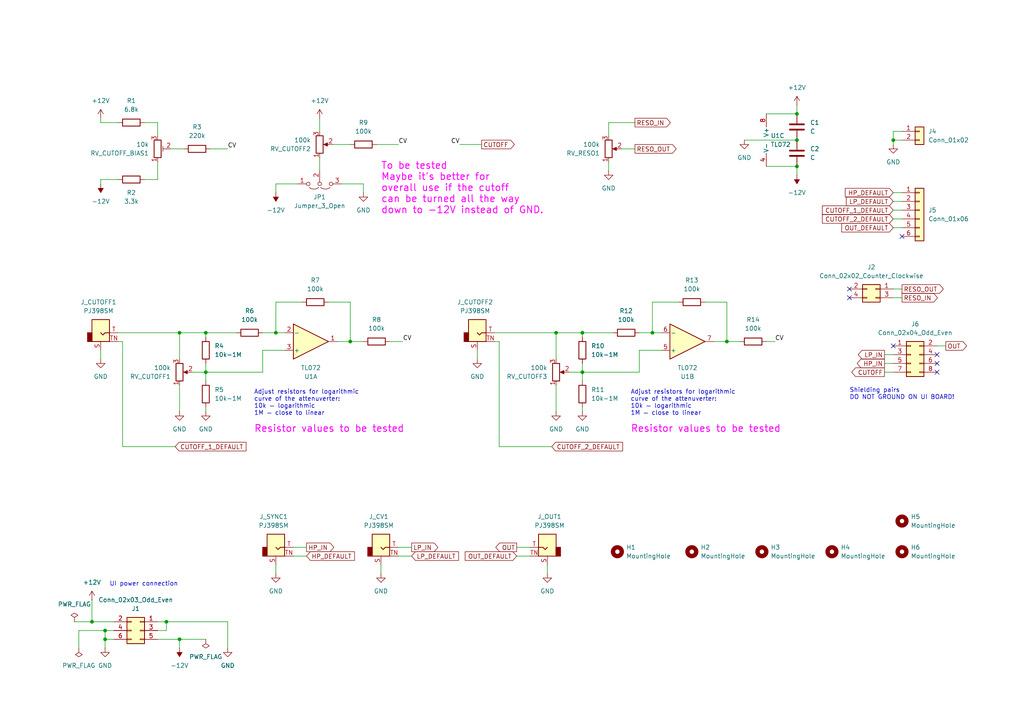
<source format=kicad_sch>
(kicad_sch (version 20250114) (generator "eeschema") (generator_version "9.0")
  (paper "A4")
  (title_block (title "Hog Moduleur VCO UI") (date "2025-07-06") (rev "v0.1") (company "Shmøergh"))
  (lib_symbols
    (symbol "Amplifier_Operational:TL072" (pin_names (offset 0.127))
      (property "Reference" "U" (at 0 5.08 0))
      (property "Value" "TL072" (at 0 -5.08 0))
      (symbol "TL072_1_1"
        (polyline (pts (xy -5.08 5.08) (xy 5.08 0) (xy -5.08 -5.08) (xy -5.08 5.08)) (stroke (width 0.254)) (fill (type background)))
        (pin input line (at -7.62 2.54 0) (length 2.54) (name "+") (number "3"))
        (pin input line (at -7.62 -2.54 0) (length 2.54) (name "-") (number "2"))
        (pin output line (at 7.62 0 180) (length 2.54) (name "~") (number "1"))
      )
      (symbol "TL072_2_1"
        (polyline (pts (xy -5.08 5.08) (xy 5.08 0) (xy -5.08 -5.08) (xy -5.08 5.08)) (stroke (width 0.254)) (fill (type background)))
        (pin input line (at -7.62 2.54 0) (length 2.54) (name "+") (number "5"))
        (pin input line (at -7.62 -2.54 0) (length 2.54) (name "-") (number "6"))
        (pin output line (at 7.62 0 180) (length 2.54) (name "~") (number "7"))
      )
      (symbol "TL072_3_1"
        (pin power_in line (at -2.54 7.62 270) (length 3.81) (name "V+") (number "8"))
        (pin power_in line (at -2.54 -7.62 90) (length 3.81) (name "V-") (number "4"))
      )
    )
    (symbol "Connector_Generic:Conn_01x02" (pin_names (offset 1.016) (hide yes))
      (property "Reference" "J" (at 0 2.54 0))
      (property "Value" "Conn_01x02" (at 0 -5.08 0))
      (symbol "Conn_01x02_1_1"
        (rectangle (start -1.27 1.27) (end 1.27 -3.81) (stroke (width 0.254)) (fill (type background)))
        (rectangle (start -1.27 0.127) (end 0 -0.127) (stroke (width 0.1524)))
        (rectangle (start -1.27 -2.413) (end 0 -2.667) (stroke (width 0.1524)))
        (pin passive line (at -5.08 0 0) (length 3.81) (name "Pin_1") (number "1"))
        (pin passive line (at -5.08 -2.54 0) (length 3.81) (name "Pin_2") (number "2"))
      )
    )
    (symbol "Connector_Generic:Conn_01x06" (pin_names (offset 1.016) (hide yes))
      (property "Reference" "J" (at 0 7.62 0))
      (property "Value" "Conn_01x06" (at 0 -10.16 0))
      (symbol "Conn_01x06_1_1"
        (rectangle (start -1.27 6.35) (end 1.27 -8.89) (stroke (width 0.254)) (fill (type background)))
        (rectangle (start -1.27 5.207) (end 0 4.953) (stroke (width 0.1524)))
        (rectangle (start -1.27 2.667) (end 0 2.413) (stroke (width 0.1524)))
        (rectangle (start -1.27 0.127) (end 0 -0.127) (stroke (width 0.1524)))
        (rectangle (start -1.27 -2.413) (end 0 -2.667) (stroke (width 0.1524)))
        (rectangle (start -1.27 -4.953) (end 0 -5.207) (stroke (width 0.1524)))
        (rectangle (start -1.27 -7.493) (end 0 -7.747) (stroke (width 0.1524)))
        (pin passive line (at -5.08 5.08 0) (length 3.81) (name "Pin_1") (number "1"))
        (pin passive line (at -5.08 2.54 0) (length 3.81) (name "Pin_2") (number "2"))
        (pin passive line (at -5.08 0 0) (length 3.81) (name "Pin_3") (number "3"))
        (pin passive line (at -5.08 -2.54 0) (length 3.81) (name "Pin_4") (number "4"))
        (pin passive line (at -5.08 -5.08 0) (length 3.81) (name "Pin_5") (number "5"))
        (pin passive line (at -5.08 -7.62 0) (length 3.81) (name "Pin_6") (number "6"))
      )
    )
    (symbol "Connector_Generic:Conn_02x02_Odd_Even" (pin_names (offset 1.016) (hide yes))
      (property "Reference" "J" (at 1.27 2.54 0))
      (property "Value" "Conn_02x02_Odd_Even" (at 1.27 -5.08 0))
      (symbol "Conn_02x02_Odd_Even_1_1"
        (rectangle (start -1.27 1.27) (end 3.81 -3.81) (stroke (width 0.254)) (fill (type background)))
        (rectangle (start -1.27 0.127) (end 0 -0.127) (stroke (width 0.1524)))
        (rectangle (start -1.27 -2.413) (end 0 -2.667) (stroke (width 0.1524)))
        (rectangle (start 3.81 0.127) (end 2.54 -0.127) (stroke (width 0.1524)))
        (rectangle (start 3.81 -2.413) (end 2.54 -2.667) (stroke (width 0.1524)))
        (pin passive line (at -5.08 0 0) (length 3.81) (name "Pin_1") (number "1"))
        (pin passive line (at -5.08 -2.54 0) (length 3.81) (name "Pin_3") (number "3"))
        (pin passive line (at 7.62 0 180) (length 3.81) (name "Pin_2") (number "2"))
        (pin passive line (at 7.62 -2.54 180) (length 3.81) (name "Pin_4") (number "4"))
      )
    )
    (symbol "Connector_Generic:Conn_02x03_Odd_Even" (pin_names (offset 1.016) (hide yes))
      (property "Reference" "J" (at 1.27 5.08 0))
      (property "Value" "Conn_02x03_Odd_Even" (at 1.27 -5.08 0))
      (symbol "Conn_02x03_Odd_Even_1_1"
        (rectangle (start -1.27 3.81) (end 3.81 -3.81) (stroke (width 0.254)) (fill (type background)))
        (rectangle (start -1.27 2.667) (end 0 2.413) (stroke (width 0.1524)))
        (rectangle (start -1.27 0.127) (end 0 -0.127) (stroke (width 0.1524)))
        (rectangle (start -1.27 -2.413) (end 0 -2.667) (stroke (width 0.1524)))
        (rectangle (start 3.81 2.667) (end 2.54 2.413) (stroke (width 0.1524)))
        (rectangle (start 3.81 0.127) (end 2.54 -0.127) (stroke (width 0.1524)))
        (rectangle (start 3.81 -2.413) (end 2.54 -2.667) (stroke (width 0.1524)))
        (pin passive line (at -5.08 2.54 0) (length 3.81) (name "Pin_1") (number "1"))
        (pin passive line (at -5.08 0 0) (length 3.81) (name "Pin_3") (number "3"))
        (pin passive line (at -5.08 -2.54 0) (length 3.81) (name "Pin_5") (number "5"))
        (pin passive line (at 7.62 2.54 180) (length 3.81) (name "Pin_2") (number "2"))
        (pin passive line (at 7.62 0 180) (length 3.81) (name "Pin_4") (number "4"))
        (pin passive line (at 7.62 -2.54 180) (length 3.81) (name "Pin_6") (number "6"))
      )
    )
    (symbol "Connector_Generic:Conn_02x04_Odd_Even" (pin_names (offset 1.016) (hide yes))
      (property "Reference" "J" (at 1.27 5.08 0))
      (property "Value" "Conn_02x04_Odd_Even" (at 1.27 -7.62 0))
      (symbol "Conn_02x04_Odd_Even_1_1"
        (rectangle (start -1.27 3.81) (end 3.81 -6.35) (stroke (width 0.254)) (fill (type background)))
        (rectangle (start -1.27 2.667) (end 0 2.413) (stroke (width 0.1524)))
        (rectangle (start -1.27 0.127) (end 0 -0.127) (stroke (width 0.1524)))
        (rectangle (start -1.27 -2.413) (end 0 -2.667) (stroke (width 0.1524)))
        (rectangle (start -1.27 -4.953) (end 0 -5.207) (stroke (width 0.1524)))
        (rectangle (start 3.81 2.667) (end 2.54 2.413) (stroke (width 0.1524)))
        (rectangle (start 3.81 0.127) (end 2.54 -0.127) (stroke (width 0.1524)))
        (rectangle (start 3.81 -2.413) (end 2.54 -2.667) (stroke (width 0.1524)))
        (rectangle (start 3.81 -4.953) (end 2.54 -5.207) (stroke (width 0.1524)))
        (pin passive line (at -5.08 2.54 0) (length 3.81) (name "Pin_1") (number "1"))
        (pin passive line (at -5.08 0 0) (length 3.81) (name "Pin_3") (number "3"))
        (pin passive line (at -5.08 -2.54 0) (length 3.81) (name "Pin_5") (number "5"))
        (pin passive line (at -5.08 -5.08 0) (length 3.81) (name "Pin_7") (number "7"))
        (pin passive line (at 7.62 2.54 180) (length 3.81) (name "Pin_2") (number "2"))
        (pin passive line (at 7.62 0 180) (length 3.81) (name "Pin_4") (number "4"))
        (pin passive line (at 7.62 -2.54 180) (length 3.81) (name "Pin_6") (number "6"))
        (pin passive line (at 7.62 -5.08 180) (length 3.81) (name "Pin_8") (number "8"))
      )
    )
    (symbol "Device:C" (pin_numbers (hide yes)) (pin_names (offset 0.254))
      (property "Reference" "C" (at 0.635 2.54 0))
      (property "Value" "C" (at 0.635 -2.54 0))
      (symbol "C_0_1"
        (polyline (pts (xy -2.032 0.762) (xy 2.032 0.762)) (stroke (width 0.508)))
        (polyline (pts (xy -2.032 -0.762) (xy 2.032 -0.762)) (stroke (width 0.508)))
      )
      (symbol "C_1_1"
        (pin passive line (at 0 3.81 270) (length 2.794) (name "~") (number "1"))
        (pin passive line (at 0 -3.81 90) (length 2.794) (name "~") (number "2"))
      )
    )
    (symbol "Device:R" (pin_numbers (hide yes)) (pin_names (offset 0))
      (property "Reference" "R" (at 2.032 0 90))
      (property "Value" "R" (at 0 0 90))
      (symbol "R_0_1"
        (rectangle (start -1.016 -2.54) (end 1.016 2.54) (stroke (width 0.254)))
      )
      (symbol "R_1_1"
        (pin passive line (at 0 3.81 270) (length 1.27) (name "~") (number "1"))
        (pin passive line (at 0 -3.81 90) (length 1.27) (name "~") (number "2"))
      )
    )
    (symbol "Device:R_Potentiometer" (pin_names (offset 1.016) (hide yes))
      (property "Reference" "RV" (at -4.445 0 90))
      (property "Value" "R_Potentiometer" (at -2.54 0 90))
      (symbol "R_Potentiometer_0_1"
        (rectangle (start 1.016 2.54) (end -1.016 -2.54) (stroke (width 0.254)))
        (polyline (pts (xy 1.143 0) (xy 2.286 0.508) (xy 2.286 -0.508) (xy 1.143 0)) (fill (type outline)))
        (polyline (pts (xy 2.54 0) (xy 1.524 0)))
      )
      (symbol "R_Potentiometer_1_1"
        (pin passive line (at 0 3.81 270) (length 1.27) (name "1") (number "1"))
        (pin passive line (at 0 -3.81 90) (length 1.27) (name "3") (number "3"))
        (pin passive line (at 3.81 0 180) (length 1.27) (name "2") (number "2"))
      )
    )
    (symbol "Device:R_Potentiometer_Trim" (pin_names (offset 1.016) (hide yes))
      (property "Reference" "RV" (at -4.445 0 90))
      (property "Value" "R_Potentiometer_Trim" (at -2.54 0 90))
      (symbol "R_Potentiometer_Trim_0_1"
        (rectangle (start 1.016 2.54) (end -1.016 -2.54) (stroke (width 0.254)))
        (polyline (pts (xy 1.524 0.762) (xy 1.524 -0.762)))
        (polyline (pts (xy 2.54 0) (xy 1.524 0)))
      )
      (symbol "R_Potentiometer_Trim_1_1"
        (pin passive line (at 0 3.81 270) (length 1.27) (name "1") (number "1"))
        (pin passive line (at 0 -3.81 90) (length 1.27) (name "3") (number "3"))
        (pin passive line (at 3.81 0 180) (length 1.27) (name "2") (number "2"))
      )
    )
    (symbol "Jumper:Jumper_3_Open" (pin_names (offset 0) (hide yes)) (in_bom no)
      (property "Reference" "JP" (at -2.54 -2.54 0))
      (property "Value" "Jumper_3_Open" (at 0 2.794 0))
      (symbol "Jumper_3_Open_0_0"
        (circle (center -3.302 0) (radius 0.508))
        (circle (center 0 0) (radius 0.508))
        (circle (center 3.302 0) (radius 0.508))
      )
      (symbol "Jumper_3_Open_0_1"
        (arc (start -3.048 1.016) (mid -1.651 1.4992) (end -0.254 1.016))
        (polyline (pts (xy 0 -0.508) (xy 0 -1.27)))
        (arc (start 0.254 1.016) (mid 1.651 1.4992) (end 3.048 1.016))
      )
      (symbol "Jumper_3_Open_1_1"
        (pin passive line (at -6.35 0 0) (length 2.54) (name "A") (number "1"))
        (pin passive line (at 0 -3.81 90) (length 2.54) (name "C") (number "2"))
        (pin passive line (at 6.35 0 180) (length 2.54) (name "B") (number "3"))
      )
    )
    (symbol "Mechanical:MountingHole" (pin_names (offset 1.016)) (in_bom no)
      (property "Reference" "H" (at 0 5.08 0))
      (property "Value" "MountingHole" (at 0 3.175 0))
      (symbol "MountingHole_0_1"
        (circle (center 0 0) (radius 1.27) (stroke (width 1.27)))
      )
    )
    (symbol "Shmoergh-Custom-Components:AudioJack2_Thonkiconn_S"
      (property "Reference" "J" (at 0 8.89 0))
      (property "Value" "AudioJack2_Thonkiconn" (at 0 6.35 0))
      (symbol "AudioJack2_Thonkiconn_S_0_1"
        (rectangle (start -2.54 -2.54) (end -3.81 0) (stroke (width 0.254)) (fill (type outline)))
        (polyline (pts (xy 0 0) (xy 0.635 -0.635) (xy 1.27 0) (xy 2.54 0)) (stroke (width 0.254)))
        (rectangle (start 2.54 3.81) (end -2.54 -2.54) (stroke (width 0.254)) (fill (type background)))
      )
      (symbol "AudioJack2_Thonkiconn_S_1_1"
        (pin passive line (at 0 -5.08 90) (length 2.54) (name "~") (number "S"))
        (pin bidirectional line (at 5.08 0 180) (length 2.54) (name "~") (number "T"))
        (pin passive line (at 5.08 -2.54 180) (length 2.54) (name "~") (number "TN"))
      )
    )
    (symbol "power:+12V" (power) (pin_numbers (hide yes)) (pin_names (offset 0) (hide yes))
      (property "Value" "+12V" (at 0 3.556 0))
      (symbol "+12V_0_1"
        (polyline (pts (xy -0.762 1.27) (xy 0 2.54)))
        (polyline (pts (xy 0 2.54) (xy 0.762 1.27)))
        (polyline (pts (xy 0 0) (xy 0 2.54)))
      )
      (symbol "+12V_1_1"
        (pin power_in line (at 0 0 90) (length 0) (name "~") (number "1"))
      )
    )
    (symbol "power:-12V" (power) (pin_numbers (hide yes)) (pin_names (offset 0) (hide yes))
      (property "Value" "-12V" (at 0 3.556 0))
      (symbol "-12V_0_0"
        (pin power_in line (at 0 0 90) (length 0) (name "~") (number "1"))
      )
      (symbol "-12V_0_1"
        (polyline (pts (xy 0 0) (xy 0 1.27) (xy 0.762 1.27) (xy 0 2.54) (xy -0.762 1.27) (xy 0 1.27)) (fill (type outline)))
      )
    )
    (symbol "power:GND" (power) (pin_numbers (hide yes)) (pin_names (offset 0) (hide yes))
      (property "Value" "GND" (at 0 -3.81 0))
      (symbol "GND_0_1"
        (polyline (pts (xy 0 0) (xy 0 -1.27) (xy 1.27 -1.27) (xy 0 -2.54) (xy -1.27 -1.27) (xy 0 -1.27)))
      )
      (symbol "GND_1_1"
        (pin power_in line (at 0 0 270) (length 0) (name "~") (number "1"))
      )
    )
    (symbol "power:PWR_FLAG" (power) (pin_numbers (hide yes)) (pin_names (offset 0) (hide yes))
      (property "Value" "PWR_FLAG" (at 0 3.81 0))
      (symbol "PWR_FLAG_0_0"
        (pin power_out line (at 0 0 90) (length 0) (name "~") (number "1"))
      )
      (symbol "PWR_FLAG_0_1"
        (polyline (pts (xy 0 0) (xy 0 1.27) (xy -1.016 1.905) (xy 0 2.54) (xy 1.016 1.905) (xy 0 1.27)))
      )
    )
  )
  (text "UI power connection" (at 31.75 170.18 0) (effects (font (size 1.27 1.27)) (justify left bottom)))
  (text "Adjust resistors for logarithmic\ncurve of the attenuverter: \n10k — logarithmic\n1M — close to linear" (at 73.66 116.84 0) (effects (font (size 1.27 1.27)) (justify left)))
  (text "To be tested\nMaybe it's better for\noverall use if the cutoff\ncan be turned all the way\ndown to -12V instead of GND." (at 110.49 54.61 0) (effects (font (size 2 2) (thickness 0.25)) (justify left)))
  (text "Shielding pairs\nDO NOT GROUND ON UI BOARD!" (at 246.38 114.3 0) (effects (font (size 1.27 1.27)) (justify left)))
  (text "Resistor values to be tested" (at 73.66 124.46 0) (effects (font (size 2 2) (thickness 0.25)) (justify left)))
  (text "Adjust resistors for logarithmic\ncurve of the attenuverter: \n10k — logarithmic\n1M — close to linear" (at 182.88 116.84 0) (effects (font (size 1.27 1.27)) (justify left)))
  (text "Resistor values to be tested" (at 182.88 124.46 0) (effects (font (size 2 2) (thickness 0.25)) (justify left)))
  (junction (at 231.14 33.02))
  (junction (at 168.91 107.95))
  (junction (at 231.14 48.26))
  (junction (at 189.23 96.52))
  (junction (at 210.82 99.06))
  (junction (at 259.08 40.64))
  (junction (at 161.29 96.52))
  (junction (at 101.6 99.06))
  (junction (at 52.07 96.52))
  (junction (at 30.48 182.88))
  (junction (at 52.07 185.42))
  (junction (at 59.69 96.52))
  (junction (at 80.01 96.52))
  (junction (at 231.14 40.64))
  (junction (at 48.26 180.34))
  (junction (at 26.67 180.34))
  (junction (at 168.91 96.52))
  (junction (at 30.48 185.42))
  (junction (at 59.69 107.95))
  (no_connect (at 261.62 68.58))
  (no_connect (at 259.08 100.33))
  (no_connect (at 246.38 86.36))
  (no_connect (at 271.78 102.87))
  (no_connect (at 271.78 105.41))
  (no_connect (at 271.78 107.95))
  (no_connect (at 246.38 83.82))
  (wire (pts (xy 261.62 83.82) (xy 259.08 83.82)))
  (wire (pts (xy 119.38 161.29) (xy 115.57 161.29)))
  (wire (pts (xy 259.08 63.5) (xy 261.62 63.5)))
  (wire (pts (xy 168.91 119.38) (xy 168.91 118.11)))
  (wire (pts (xy 29.21 34.29) (xy 29.21 35.56)))
  (wire (pts (xy 168.91 96.52) (xy 177.8 96.52)))
  (wire (pts (xy 101.6 41.91) (xy 96.52 41.91)))
  (wire (pts (xy 34.29 96.52) (xy 52.07 96.52)))
  (wire (pts (xy 52.07 187.96) (xy 52.07 185.42)))
  (wire (pts (xy 180.34 43.18) (xy 184.15 43.18)))
  (wire (pts (xy 101.6 99.06) (xy 105.41 99.06)))
  (wire (pts (xy 59.69 185.42) (xy 52.07 185.42)))
  (wire (pts (xy 149.86 161.29) (xy 153.67 161.29)))
  (wire (pts (xy 29.21 101.6) (xy 29.21 104.14)))
  (wire (pts (xy 168.91 96.52) (xy 168.91 97.79)))
  (wire (pts (xy 45.72 185.42) (xy 52.07 185.42)))
  (wire (pts (xy 80.01 53.34) (xy 86.36 53.34)))
  (wire (pts (xy 138.43 101.6) (xy 138.43 104.14)))
  (wire (pts (xy 189.23 87.63) (xy 189.23 96.52)))
  (wire (pts (xy 259.08 40.64) (xy 261.62 40.64)))
  (wire (pts (xy 88.9 161.29) (xy 85.09 161.29)))
  (wire (pts (xy 59.69 107.95) (xy 55.88 107.95)))
  (wire (pts (xy 59.69 105.41) (xy 59.69 107.95)))
  (wire (pts (xy 52.07 96.52) (xy 52.07 104.14)))
  (wire (pts (xy 210.82 87.63) (xy 210.82 99.06)))
  (wire (pts (xy 26.67 180.34) (xy 33.02 180.34)))
  (wire (pts (xy 185.42 107.95) (xy 168.91 107.95)))
  (wire (pts (xy 161.29 96.52) (xy 161.29 104.14)))
  (wire (pts (xy 76.2 96.52) (xy 80.01 96.52)))
  (wire (pts (xy 92.71 49.53) (xy 92.71 45.72)))
  (wire (pts (xy 231.14 40.64) (xy 215.9 40.64)))
  (wire (pts (xy 168.91 107.95) (xy 165.1 107.95)))
  (wire (pts (xy 176.53 35.56) (xy 176.53 39.37)))
  (wire (pts (xy 161.29 111.76) (xy 161.29 119.38)))
  (wire (pts (xy 60.96 43.18) (xy 66.04 43.18)))
  (wire (pts (xy 59.69 107.95) (xy 59.69 110.49)))
  (wire (pts (xy 185.42 96.52) (xy 189.23 96.52)))
  (wire (pts (xy 49.53 43.18) (xy 53.34 43.18)))
  (wire (pts (xy 41.91 52.07) (xy 45.72 52.07)))
  (wire (pts (xy 261.62 86.36) (xy 259.08 86.36)))
  (wire (pts (xy 35.56 129.54) (xy 35.56 99.06)))
  (wire (pts (xy 185.42 101.6) (xy 185.42 107.95)))
  (wire (pts (xy 261.62 38.1) (xy 259.08 38.1)))
  (wire (pts (xy 76.2 107.95) (xy 59.69 107.95)))
  (wire (pts (xy 231.14 30.48) (xy 231.14 33.02)))
  (wire (pts (xy 52.07 111.76) (xy 52.07 119.38)))
  (wire (pts (xy 105.41 55.88) (xy 105.41 53.34)))
  (wire (pts (xy 113.03 99.06) (xy 116.84 99.06)))
  (wire (pts (xy 50.8 129.54) (xy 35.56 129.54)))
  (wire (pts (xy 144.78 129.54) (xy 144.78 99.06)))
  (wire (pts (xy 256.54 102.87) (xy 259.08 102.87)))
  (wire (pts (xy 222.25 48.26) (xy 231.14 48.26)))
  (wire (pts (xy 144.78 99.06) (xy 143.51 99.06)))
  (wire (pts (xy 95.25 87.63) (xy 101.6 87.63)))
  (wire (pts (xy 149.86 158.75) (xy 153.67 158.75)))
  (wire (pts (xy 259.08 38.1) (xy 259.08 40.64)))
  (wire (pts (xy 76.2 101.6) (xy 76.2 107.95)))
  (wire (pts (xy 26.67 173.99) (xy 26.67 180.34)))
  (wire (pts (xy 88.9 158.75) (xy 85.09 158.75)))
  (wire (pts (xy 101.6 99.06) (xy 97.79 99.06)))
  (wire (pts (xy 259.08 60.96) (xy 261.62 60.96)))
  (wire (pts (xy 29.21 52.07) (xy 29.21 53.34)))
  (wire (pts (xy 168.91 105.41) (xy 168.91 107.95)))
  (wire (pts (xy 222.25 33.02) (xy 231.14 33.02)))
  (wire (pts (xy 48.26 180.34) (xy 45.72 180.34)))
  (wire (pts (xy 21.59 180.34) (xy 26.67 180.34)))
  (wire (pts (xy 158.75 166.37) (xy 158.75 163.83)))
  (wire (pts (xy 119.38 158.75) (xy 115.57 158.75)))
  (wire (pts (xy 274.32 100.33) (xy 271.78 100.33)))
  (wire (pts (xy 22.86 182.88) (xy 30.48 182.88)))
  (wire (pts (xy 259.08 66.04) (xy 261.62 66.04)))
  (wire (pts (xy 210.82 99.06) (xy 207.01 99.06)))
  (wire (pts (xy 189.23 96.52) (xy 191.77 96.52)))
  (wire (pts (xy 66.04 187.96) (xy 66.04 180.34)))
  (wire (pts (xy 48.26 182.88) (xy 48.26 180.34)))
  (wire (pts (xy 204.47 87.63) (xy 210.82 87.63)))
  (wire (pts (xy 256.54 107.95) (xy 259.08 107.95)))
  (wire (pts (xy 143.51 96.52) (xy 161.29 96.52)))
  (wire (pts (xy 82.55 101.6) (xy 76.2 101.6)))
  (wire (pts (xy 33.02 185.42) (xy 30.48 185.42)))
  (wire (pts (xy 210.82 99.06) (xy 214.63 99.06)))
  (wire (pts (xy 176.53 49.53) (xy 176.53 46.99)))
  (wire (pts (xy 168.91 107.95) (xy 168.91 110.49)))
  (wire (pts (xy 35.56 99.06) (xy 34.29 99.06)))
  (wire (pts (xy 259.08 55.88) (xy 261.62 55.88)))
  (wire (pts (xy 59.69 119.38) (xy 59.69 118.11)))
  (wire (pts (xy 29.21 35.56) (xy 34.29 35.56)))
  (wire (pts (xy 80.01 163.83) (xy 80.01 166.37)))
  (wire (pts (xy 29.21 52.07) (xy 34.29 52.07)))
  (wire (pts (xy 105.41 53.34) (xy 99.06 53.34)))
  (wire (pts (xy 256.54 105.41) (xy 259.08 105.41)))
  (wire (pts (xy 101.6 87.63) (xy 101.6 99.06)))
  (wire (pts (xy 66.04 180.34) (xy 48.26 180.34)))
  (wire (pts (xy 59.69 96.52) (xy 59.69 97.79)))
  (wire (pts (xy 160.02 129.54) (xy 144.78 129.54)))
  (wire (pts (xy 59.69 96.52) (xy 68.58 96.52)))
  (wire (pts (xy 30.48 182.88) (xy 33.02 182.88)))
  (wire (pts (xy 45.72 52.07) (xy 45.72 46.99)))
  (wire (pts (xy 133.35 41.91) (xy 139.7 41.91)))
  (wire (pts (xy 176.53 35.56) (xy 184.15 35.56)))
  (wire (pts (xy 110.49 163.83) (xy 110.49 166.37)))
  (wire (pts (xy 231.14 48.26) (xy 231.14 50.8)))
  (wire (pts (xy 30.48 185.42) (xy 30.48 182.88)))
  (wire (pts (xy 22.86 187.96) (xy 22.86 182.88)))
  (wire (pts (xy 259.08 40.64) (xy 259.08 41.91)))
  (wire (pts (xy 87.63 87.63) (xy 80.01 87.63)))
  (wire (pts (xy 222.25 99.06) (xy 224.79 99.06)))
  (wire (pts (xy 30.48 187.96) (xy 30.48 185.42)))
  (wire (pts (xy 259.08 58.42) (xy 261.62 58.42)))
  (wire (pts (xy 45.72 35.56) (xy 45.72 39.37)))
  (wire (pts (xy 41.91 35.56) (xy 45.72 35.56)))
  (wire (pts (xy 45.72 182.88) (xy 48.26 182.88)))
  (wire (pts (xy 80.01 55.88) (xy 80.01 53.34)))
  (wire (pts (xy 80.01 96.52) (xy 82.55 96.52)))
  (wire (pts (xy 80.01 87.63) (xy 80.01 96.52)))
  (wire (pts (xy 161.29 96.52) (xy 168.91 96.52)))
  (wire (pts (xy 109.22 41.91) (xy 115.57 41.91)))
  (wire (pts (xy 52.07 96.52) (xy 59.69 96.52)))
  (wire (pts (xy 92.71 34.29) (xy 92.71 38.1)))
  (wire (pts (xy 191.77 101.6) (xy 185.42 101.6)))
  (wire (pts (xy 196.85 87.63) (xy 189.23 87.63)))
  (label "CV" (at 66.04 43.18 0))
  (label "CV" (at 116.84 99.06 0))
  (label "CV" (at 224.79 99.06 0))
  (label "CV" (at 133.35 41.91 180))
  (label "CV" (at 115.57 41.91 0))
  (global_label "RESO_OUT" (shape output) (at 184.15 43.18 0) (property "Intersheetrefs" "${INTERSHEET_REFS}" (effects (hide yes))))
  (global_label "HP_IN" (shape output) (at 256.54 105.41 180) (property "Intersheetrefs" "${INTERSHEET_REFS}" (effects (hide yes))))
  (global_label "OUT" (shape output) (at 149.86 158.75 180) (property "Intersheetrefs" "${INTERSHEET_REFS}" (effects (hide yes))))
  (global_label "CUTOFF" (shape output) (at 139.7 41.91 0) (property "Intersheetrefs" "${INTERSHEET_REFS}" (effects (hide yes))))
  (global_label "LP_IN" (shape output) (at 119.38 158.75 0) (property "Intersheetrefs" "${INTERSHEET_REFS}" (effects (hide yes))))
  (global_label "OUT_DEFAULT" (shape input) (at 149.86 161.29 180) (property "Intersheetrefs" "${INTERSHEET_REFS}" (effects (hide yes))))
  (global_label "HP_IN" (shape output) (at 88.9 158.75 0) (property "Intersheetrefs" "${INTERSHEET_REFS}" (effects (hide yes))))
  (global_label "OUT_DEFAULT" (shape input) (at 259.08 66.04 180) (property "Intersheetrefs" "${INTERSHEET_REFS}" (effects (hide yes))))
  (global_label "CUTOFF" (shape output) (at 256.54 107.95 180) (property "Intersheetrefs" "${INTERSHEET_REFS}" (effects (hide yes))))
  (global_label "CUTOFF_2_DEFAULT" (shape input) (at 160.02 129.54 0) (property "Intersheetrefs" "${INTERSHEET_REFS}" (effects (hide yes))))
  (global_label "RESO_IN" (shape output) (at 184.15 35.56 0) (property "Intersheetrefs" "${INTERSHEET_REFS}" (effects (hide yes))))
  (global_label "HP_DEFAULT" (shape input) (at 259.08 55.88 180) (property "Intersheetrefs" "${INTERSHEET_REFS}" (effects (hide yes))))
  (global_label "CUTOFF_1_DEFAULT" (shape input) (at 50.8 129.54 0) (property "Intersheetrefs" "${INTERSHEET_REFS}" (effects (hide yes))))
  (global_label "RESO_OUT" (shape output) (at 261.62 83.82 0) (property "Intersheetrefs" "${INTERSHEET_REFS}" (effects (hide yes))))
  (global_label "CUTOFF_1_DEFAULT" (shape input) (at 259.08 60.96 180) (property "Intersheetrefs" "${INTERSHEET_REFS}" (effects (hide yes))))
  (global_label "LP_DEFAULT" (shape input) (at 119.38 161.29 0) (property "Intersheetrefs" "${INTERSHEET_REFS}" (effects (hide yes))))
  (global_label "RESO_IN" (shape output) (at 261.62 86.36 0) (property "Intersheetrefs" "${INTERSHEET_REFS}" (effects (hide yes))))
  (global_label "LP_IN" (shape output) (at 256.54 102.87 180) (property "Intersheetrefs" "${INTERSHEET_REFS}" (effects (hide yes))))
  (global_label "HP_DEFAULT" (shape input) (at 88.9 161.29 0) (property "Intersheetrefs" "${INTERSHEET_REFS}" (effects (hide yes))))
  (global_label "OUT" (shape output) (at 274.32 100.33 0) (property "Intersheetrefs" "${INTERSHEET_REFS}" (effects (hide yes))))
  (global_label "CUTOFF_2_DEFAULT" (shape input) (at 259.08 63.5 180) (property "Intersheetrefs" "${INTERSHEET_REFS}" (effects (hide yes))))
  (global_label "LP_DEFAULT" (shape input) (at 259.08 58.42 180) (property "Intersheetrefs" "${INTERSHEET_REFS}" (effects (hide yes))))
  (symbol (lib_id "power:-12V") (at 231.14 50.8 180) (unit 1)
    (property "Reference" "#PWR021" (effects (hide yes)))
    (property "Value" "-12V" (at 231.14 55.88 0))
    (property "Description" "Power symbol creates a global label with name \"-12V\"" (effects (hide yes)))
  )
  (symbol (lib_id "Device:R") (at 168.91 101.6 180) (unit 1)
    (property "Reference" "R10" (at 171.45 100.3299 0) (effects (justify right)))
    (property "Value" "10k-1M" (at 171.45 102.8699 0) (effects (justify right)))
    (property "Footprint" "Shmoergh_Custom_Footprints:R_Axial_DIN0207_L6.3mm_D2.5mm_P7.62mm_Horizontal" (effects (hide yes)))
    (property "Description" "Resistor" (effects (hide yes)))
    (property "Vendor" "Mouser" (effects (hide yes)))
    (property "Part URL" "https://mou.sr/4hEwI4G" (effects (hide yes)))
    (property "Part no." "603-MFR-25FRF52100K" (effects (hide yes)))
  )
  (symbol (lib_id "Device:R") (at 168.91 114.3 180) (unit 1)
    (property "Reference" "R11" (at 171.45 113.0299 0) (effects (justify right)))
    (property "Value" "10k-1M" (at 171.45 115.5699 0) (effects (justify right)))
    (property "Footprint" "Shmoergh_Custom_Footprints:R_Axial_DIN0207_L6.3mm_D2.5mm_P7.62mm_Horizontal" (effects (hide yes)))
    (property "Description" "Resistor" (effects (hide yes)))
    (property "Vendor" "Mouser" (effects (hide yes)))
    (property "Part URL" "https://mou.sr/4hEwI4G" (effects (hide yes)))
    (property "Part no." "603-MFR-25FRF52100K" (effects (hide yes)))
  )
  (symbol (lib_id "Device:R") (at 59.69 101.6 180) (unit 1)
    (property "Reference" "R4" (at 62.23 100.3299 0) (effects (justify right)))
    (property "Value" "10k-1M" (at 62.23 102.8699 0) (effects (justify right)))
    (property "Footprint" "Shmoergh_Custom_Footprints:R_Axial_DIN0207_L6.3mm_D2.5mm_P7.62mm_Horizontal" (effects (hide yes)))
    (property "Description" "Resistor" (effects (hide yes)))
    (property "Vendor" "Mouser" (effects (hide yes)))
    (property "Part URL" "https://mou.sr/4hEwI4G" (effects (hide yes)))
    (property "Part no." "603-MFR-25FRF52100K" (effects (hide yes)))
  )
  (symbol (lib_id "power:+12V") (at 26.67 173.99 0) (unit 1)
    (property "Reference" "#PWR01" (effects (hide yes)))
    (property "Value" "+12V" (at 26.67 168.91 0))
    (property "Description" "Power symbol creates a global label with name \"+12V\"" (effects (hide yes)))
  )
  (symbol (lib_id "Device:R") (at 91.44 87.63 90) (unit 1)
    (property "Reference" "R7" (at 91.44 81.28 90))
    (property "Value" "100k" (at 91.44 83.82 90))
    (property "Footprint" "Shmoergh_Custom_Footprints:R_Axial_DIN0207_L6.3mm_D2.5mm_P7.62mm_Horizontal" (effects (hide yes)))
    (property "Description" "Resistor" (effects (hide yes)))
    (property "Vendor" "Mouser" (effects (hide yes)))
    (property "Part URL" "https://mou.sr/4hEwI4G" (effects (hide yes)))
    (property "Part no." "603-MFR-25FRF52100K" (effects (hide yes)))
  )
  (symbol (lib_id "Device:C") (at 231.14 44.45 0) (unit 1)
    (property "Reference" "C2" (at 234.95 43.1799 0) (effects (justify left)))
    (property "Value" "C" (at 234.95 45.7199 0) (effects (justify left)))
    (property "Footprint" "Capacitor_THT:C_Disc_D5.0mm_W2.5mm_P2.50mm" (effects (hide yes)))
    (property "Description" "Unpolarized capacitor" (effects (hide yes)))
  )
  (symbol (lib_id "power:GND") (at 52.07 119.38 0) (unit 1)
    (property "Reference" "#PWR06" (effects (hide yes)))
    (property "Value" "GND" (at 52.07 124.46 0))
    (property "Description" "Power symbol creates a global label with name \"GND\" , ground" (effects (hide yes)))
  )
  (symbol (lib_id "Device:R") (at 38.1 35.56 90) (unit 1)
    (property "Reference" "R1" (at 38.1 29.21 90))
    (property "Value" "6.8k" (at 38.1 31.75 90))
    (property "Footprint" "Shmoergh_Custom_Footprints:R_Axial_DIN0207_L6.3mm_D2.5mm_P7.62mm_Horizontal" (effects (hide yes)))
    (property "Description" "Resistor" (effects (hide yes)))
    (property "Vendor" "Mouser" (effects (hide yes)))
    (property "Part URL" "https://mou.sr/4hEwI4G" (effects (hide yes)))
    (property "Part no." "603-MFR-25FRF52100K" (effects (hide yes)))
  )
  (symbol (lib_id "Device:R") (at 57.15 43.18 90) (unit 1)
    (property "Reference" "R3" (at 57.15 36.83 90))
    (property "Value" "220k" (at 57.15 39.37 90))
    (property "Footprint" "Shmoergh_Custom_Footprints:R_Axial_DIN0207_L6.3mm_D2.5mm_P7.62mm_Horizontal" (effects (hide yes)))
    (property "Description" "Resistor" (effects (hide yes)))
    (property "Vendor" "Mouser" (effects (hide yes)))
    (property "Part URL" "https://mou.sr/4hEwI4G" (effects (hide yes)))
    (property "Part no." "603-MFR-25FRF52100K" (effects (hide yes)))
  )
  (symbol (lib_id "Shmoergh-Custom-Components:AudioJack2_Thonkiconn_S") (at 158.75 158.75 0) (mirror y) (unit 1)
    (property "Reference" "J_OUT1" (at 159.385 149.86 0))
    (property "Value" "PJ398SM" (at 159.385 152.4 0))
    (property "Footprint" "Shmoergh_Custom_Footprints:Jack_3.5mm_QingPu_WQP-PJ398SM_Vertical_CircularHoles" (effects (hide yes)))
    (property "Description" "Audio Jack, 2 Poles (Mono / TS), Grounded Sleeve" (effects (hide yes)))
    (property "Part URL" "https://www.thonk.co.uk/shop/thonkiconn/" (effects (hide yes)))
    (property "Vendor" "Thonk" (effects (hide yes)))
    (property "Part no." "PJ398SM" (effects (hide yes)))
  )
  (symbol (lib_id "power:GND") (at 138.43 104.14 0) (unit 1)
    (property "Reference" "#PWR015" (effects (hide yes)))
    (property "Value" "GND" (at 138.43 109.22 0))
    (property "Description" "Power symbol creates a global label with name \"GND\" , ground" (effects (hide yes)))
  )
  (symbol (lib_id "Shmoergh-Custom-Components:AudioJack2_Thonkiconn_S") (at 110.49 158.75 0) (unit 1)
    (property "Reference" "J_CV1" (at 109.855 149.86 0))
    (property "Value" "PJ398SM" (at 109.855 152.4 0))
    (property "Footprint" "Shmoergh_Custom_Footprints:Jack_3.5mm_QingPu_WQP-PJ398SM_Vertical_CircularHoles" (effects (hide yes)))
    (property "Description" "Audio Jack, 2 Poles (Mono / TS), Grounded Sleeve" (effects (hide yes)))
    (property "Part URL" "https://www.thonk.co.uk/shop/thonkiconn/" (effects (hide yes)))
    (property "Vendor" "Thonk" (effects (hide yes)))
    (property "Part no." "PJ398SM" (effects (hide yes)))
  )
  (symbol (lib_id "power:-12V") (at 80.01 55.88 180) (unit 1)
    (property "Reference" "#PWR011" (effects (hide yes)))
    (property "Value" "-12V" (at 80.01 60.96 0))
    (property "Description" "Power symbol creates a global label with name \"-12V\"" (effects (hide yes)))
  )
  (symbol (lib_id "power:GND") (at 158.75 166.37 0) (mirror y) (unit 1)
    (property "Reference" "#PWR016" (effects (hide yes)))
    (property "Value" "GND" (at 158.75 171.45 0))
    (property "Description" "Power symbol creates a global label with name \"GND\" , ground" (effects (hide yes)))
  )
  (symbol (lib_id "Device:R") (at 59.69 114.3 180) (unit 1)
    (property "Reference" "R5" (at 62.23 113.0299 0) (effects (justify right)))
    (property "Value" "10k-1M" (at 62.23 115.5699 0) (effects (justify right)))
    (property "Footprint" "Shmoergh_Custom_Footprints:R_Axial_DIN0207_L6.3mm_D2.5mm_P7.62mm_Horizontal" (effects (hide yes)))
    (property "Description" "Resistor" (effects (hide yes)))
    (property "Vendor" "Mouser" (effects (hide yes)))
    (property "Part URL" "https://mou.sr/4hEwI4G" (effects (hide yes)))
    (property "Part no." "603-MFR-25FRF52100K" (effects (hide yes)))
  )
  (symbol (lib_id "power:-12V") (at 52.07 187.96 180) (unit 1)
    (property "Reference" "#PWR07" (effects (hide yes)))
    (property "Value" "-12V" (at 52.07 193.04 0))
    (property "Description" "Power symbol creates a global label with name \"-12V\"" (effects (hide yes)))
  )
  (symbol (lib_id "Connector_Generic:Conn_02x02_Odd_Even") (at 254 83.82 0) (mirror y) (unit 1)
    (property "Reference" "J2" (at 252.73 77.47 0))
    (property "Value" "Conn_02x02_Counter_Clockwise" (at 252.73 80.01 0))
    (property "Footprint" "Connector_PinSocket_2.54mm:PinSocket_2x02_P2.54mm_Vertical" (effects (hide yes)))
    (property "Description" "Generic connector, double row, 02x02, odd/even pin numbering scheme (row 1 odd numbers, row 2 even numbers), script generated (kicad-library-utils/schlib/autogen/connector/)" (effects (hide yes)))
    (property "Part URL" "https://mou.sr/4eSbYqI" (effects (hide yes)))
    (property "Vendor" "Mouser" (effects (hide yes)))
    (property "Part no." "200-SSW10206TD" (effects (hide yes)))
  )
  (symbol (lib_id "Device:R") (at 109.22 99.06 90) (unit 1)
    (property "Reference" "R8" (at 109.22 92.71 90))
    (property "Value" "100k" (at 109.22 95.25 90))
    (property "Footprint" "Shmoergh_Custom_Footprints:R_Axial_DIN0207_L6.3mm_D2.5mm_P7.62mm_Horizontal" (effects (hide yes)))
    (property "Description" "Resistor" (effects (hide yes)))
    (property "Vendor" "Mouser" (effects (hide yes)))
    (property "Part URL" "https://mou.sr/4hEwI4G" (effects (hide yes)))
    (property "Part no." "603-MFR-25FRF52100K" (effects (hide yes)))
  )
  (symbol (lib_id "Mechanical:MountingHole") (at 261.62 160.02 0) (unit 1) (in_bom no)
    (property "Reference" "H6" (at 264.16 158.7499 0) (effects (justify left)))
    (property "Value" "MountingHole" (at 264.16 161.2899 0) (effects (justify left)))
    (property "Footprint" "MountingHole:MountingHole_3.2mm_M3_DIN965_Pad" (effects (hide yes)))
    (property "Description" "Mounting Hole without connection" (effects (hide yes)))
    (property "Vendor" "-" (effects (hide yes)))
  )
  (symbol (lib_id "Connector_Generic:Conn_02x03_Odd_Even") (at 40.64 182.88 0) (mirror y) (unit 1)
    (property "Reference" "J1" (at 39.37 176.53 0))
    (property "Value" "Conn_02x03_Odd_Even" (at 39.37 173.99 0))
    (property "Footprint" "Connector_PinSocket_2.54mm:PinSocket_2x03_P2.54mm_Vertical" (effects (hide yes)))
    (property "Description" "Generic connector, double row, 02x03, odd/even pin numbering scheme (row 1 odd numbers, row 2 even numbers), script generated (kicad-library-utils/schlib/autogen/connector/)" (effects (hide yes)))
    (property "Part URL" "https://mou.sr/3GIDVEr" (effects (hide yes)))
    (property "Vendor" "Mouser" (effects (hide yes)))
    (property "Part no." "200-SSW10301TD" (effects (hide yes)))
  )
  (symbol (lib_id "power:GND") (at 80.01 166.37 0) (unit 1)
    (property "Reference" "#PWR010" (effects (hide yes)))
    (property "Value" "GND" (at 80.01 171.45 0))
    (property "Description" "Power symbol creates a global label with name \"GND\" , ground" (effects (hide yes)))
  )
  (symbol (lib_id "Shmoergh-Custom-Components:AudioJack2_Thonkiconn_S") (at 80.01 158.75 0) (unit 1)
    (property "Reference" "J_SYNC1" (at 79.375 149.86 0))
    (property "Value" "PJ398SM" (at 79.375 152.4 0))
    (property "Footprint" "Shmoergh_Custom_Footprints:Jack_3.5mm_QingPu_WQP-PJ398SM_Vertical_CircularHoles" (effects (hide yes)))
    (property "Description" "Audio Jack, 2 Poles (Mono / TS), Grounded Sleeve" (effects (hide yes)))
    (property "Part URL" "https://www.thonk.co.uk/shop/thonkiconn/" (effects (hide yes)))
    (property "Vendor" "Thonk" (effects (hide yes)))
    (property "Part no." "PJ398SM" (effects (hide yes)))
  )
  (symbol (lib_id "Amplifier_Operational:TL072") (at 90.17 99.06 0) (mirror x) (unit 1)
    (property "Reference" "U1" (at 90.17 109.22 0))
    (property "Value" "TL072" (at 90.17 106.68 0))
    (property "Footprint" "Package_DIP:DIP-8_W7.62mm_LongPads" (effects (hide yes)))
    (property "Datasheet" "http://www.ti.com/lit/ds/symlink/tl071.pdf" (effects (hide yes)))
    (property "Description" "Dual Low-Noise JFET-Input Operational Amplifiers, DIP-8/SOIC-8" (effects (hide yes)))
  )
  (symbol (lib_id "Mechanical:MountingHole") (at 200.66 160.02 0) (unit 1) (in_bom no)
    (property "Reference" "H2" (at 203.2 158.7499 0) (effects (justify left)))
    (property "Value" "MountingHole" (at 203.2 161.2899 0) (effects (justify left)))
    (property "Footprint" "MountingHole:MountingHole_3.2mm_M3_DIN965_Pad" (effects (hide yes)))
    (property "Description" "Mounting Hole without connection" (effects (hide yes)))
    (property "Vendor" "-" (effects (hide yes)))
  )
  (symbol (lib_id "power:GND") (at 168.91 119.38 0) (unit 1)
    (property "Reference" "#PWR018" (effects (hide yes)))
    (property "Value" "GND" (at 168.91 124.46 0))
    (property "Description" "Power symbol creates a global label with name \"GND\" , ground" (effects (hide yes)))
  )
  (symbol (lib_id "power:GND") (at 29.21 104.14 0) (unit 1)
    (property "Reference" "#PWR04" (effects (hide yes)))
    (property "Value" "GND" (at 29.21 109.22 0))
    (property "Description" "Power symbol creates a global label with name \"GND\" , ground" (effects (hide yes)))
  )
  (symbol (lib_id "power:+12V") (at 29.21 34.29 0) (unit 1)
    (property "Reference" "#PWR02" (effects (hide yes)))
    (property "Value" "+12V" (at 29.21 29.21 0))
    (property "Description" "Power symbol creates a global label with name \"+12V\"" (effects (hide yes)))
  )
  (symbol (lib_id "power:GND") (at 59.69 119.38 0) (unit 1)
    (property "Reference" "#PWR08" (effects (hide yes)))
    (property "Value" "GND" (at 59.69 124.46 0))
    (property "Description" "Power symbol creates a global label with name \"GND\" , ground" (effects (hide yes)))
  )
  (symbol (lib_id "Connector_Generic:Conn_01x06") (at 266.7 60.96 0) (unit 1)
    (property "Reference" "J5" (at 269.24 60.9599 0) (effects (justify left)))
    (property "Value" "Conn_01x06" (at 269.24 63.4999 0) (effects (justify left)))
    (property "Footprint" "Connector_PinSocket_2.54mm:PinSocket_1x06_P2.54mm_Vertical" (effects (hide yes)))
    (property "Description" "Generic connector, single row, 01x06, script generated (kicad-library-utils/schlib/autogen/connector/)" (effects (hide yes)))
    (property "Part URL" "https://mou.sr/4lnf48h" (effects (hide yes)))
    (property "Vendor" "Mouser" (effects (hide yes)))
    (property "Part no." "200-SSW10601TS" (effects (hide yes)))
  )
  (symbol (lib_id "Mechanical:MountingHole") (at 179.07 160.02 0) (unit 1) (in_bom no)
    (property "Reference" "H1" (at 181.61 158.7499 0) (effects (justify left)))
    (property "Value" "MountingHole" (at 181.61 161.2899 0) (effects (justify left)))
    (property "Footprint" "MountingHole:MountingHole_3.2mm_M3_DIN965_Pad" (effects (hide yes)))
    (property "Description" "Mounting Hole without connection" (effects (hide yes)))
    (property "Vendor" "-" (effects (hide yes)))
  )
  (symbol (lib_id "Device:R_Potentiometer") (at 176.53 43.18 0) (mirror x) (unit 1)
    (property "Reference" "RV_RESO1" (at 173.99 44.4501 0) (effects (justify right)))
    (property "Value" "100k" (at 173.99 41.9101 0) (effects (justify right)))
    (property "Footprint" "Shmoergh_Custom_Footprints:Potentiometer_Bourns_Single-PTV09A" (effects (hide yes)))
    (property "Description" "Potentiometer" (effects (hide yes)))
    (property "Part URL" "https://mou.sr/4694GMU" (effects (hide yes)))
    (property "Vendor" "Mouser" (effects (hide yes)))
    (property "Part no." "652-PTV09A4025FB104" (effects (hide yes)))
  )
  (symbol (lib_id "power:PWR_FLAG") (at 21.59 180.34 0) (unit 1)
    (property "Reference" "#FLG01" (effects (hide yes)))
    (property "Value" "PWR_FLAG" (at 21.59 175.26 0))
    (property "Description" "Special symbol for telling ERC where power comes from" (effects (hide yes)))
  )
  (symbol (lib_id "Device:R_Potentiometer_Trim") (at 45.72 43.18 0) (mirror x) (unit 1)
    (property "Reference" "RV_CUTOFF_BIAS1" (at 43.18 44.4501 0) (effects (justify right)))
    (property "Value" "10k" (at 43.18 41.9101 0) (effects (justify right)))
    (property "Footprint" "Shmoergh_Custom_Footprints:Potentiometer_Bourns_Single-PTV09A" (effects (hide yes)))
    (property "Description" "Trim-potentiometer" (effects (hide yes)))
  )
  (symbol (lib_id "power:GND") (at 215.9 40.64 0) (mirror y) (unit 1)
    (property "Reference" "#PWR019" (effects (hide yes)))
    (property "Value" "GND" (at 215.9 45.72 0))
    (property "Description" "Power symbol creates a global label with name \"GND\" , ground" (effects (hide yes)))
  )
  (symbol (lib_id "power:GND") (at 66.04 187.96 0) (unit 1)
    (property "Reference" "#PWR09" (effects (hide yes)))
    (property "Value" "GND" (at 66.04 193.04 0))
    (property "Description" "Power symbol creates a global label with name \"GND\" , ground" (effects (hide yes)))
  )
  (symbol (lib_id "power:GND") (at 176.53 49.53 0) (unit 1)
    (property "Reference" "#PWR023" (effects (hide yes)))
    (property "Value" "GND" (at 176.53 54.61 0))
    (property "Description" "Power symbol creates a global label with name \"GND\" , ground" (effects (hide yes)))
  )
  (symbol (lib_id "Amplifier_Operational:TL072") (at 224.79 40.64 0) (unit 3)
    (property "Reference" "U1" (at 223.52 39.3699 0) (effects (justify left)))
    (property "Value" "TL072" (at 223.52 41.9099 0) (effects (justify left)))
    (property "Footprint" "Package_DIP:DIP-8_W7.62mm_LongPads" (effects (hide yes)))
    (property "Datasheet" "http://www.ti.com/lit/ds/symlink/tl071.pdf" (effects (hide yes)))
    (property "Description" "Dual Low-Noise JFET-Input Operational Amplifiers, DIP-8/SOIC-8" (effects (hide yes)))
  )
  (symbol (lib_id "Device:R") (at 38.1 52.07 90) (unit 1)
    (property "Reference" "R2" (at 38.1 55.88 90))
    (property "Value" "3.3k" (at 38.1 58.42 90))
    (property "Footprint" "Shmoergh_Custom_Footprints:R_Axial_DIN0207_L6.3mm_D2.5mm_P7.62mm_Horizontal" (effects (hide yes)))
    (property "Description" "Resistor" (effects (hide yes)))
    (property "Vendor" "Mouser" (effects (hide yes)))
    (property "Part URL" "https://mou.sr/4hEwI4G" (effects (hide yes)))
    (property "Part no." "603-MFR-25FRF52100K" (effects (hide yes)))
  )
  (symbol (lib_id "power:GND") (at 105.41 55.88 0) (unit 1)
    (property "Reference" "#PWR014" (effects (hide yes)))
    (property "Value" "GND" (at 105.41 60.96 0))
    (property "Description" "Power symbol creates a global label with name \"GND\" , ground" (effects (hide yes)))
  )
  (symbol (lib_id "power:+12V") (at 92.71 34.29 0) (unit 1)
    (property "Reference" "#PWR012" (effects (hide yes)))
    (property "Value" "+12V" (at 92.71 29.21 0))
    (property "Description" "Power symbol creates a global label with name \"+12V\"" (effects (hide yes)))
  )
  (symbol (lib_id "power:GND") (at 110.49 166.37 0) (unit 1)
    (property "Reference" "#PWR013" (effects (hide yes)))
    (property "Value" "GND" (at 110.49 171.45 0))
    (property "Description" "Power symbol creates a global label with name \"GND\" , ground" (effects (hide yes)))
  )
  (symbol (lib_id "Device:R") (at 181.61 96.52 90) (unit 1)
    (property "Reference" "R12" (at 181.61 90.17 90))
    (property "Value" "100k" (at 181.61 92.71 90))
    (property "Footprint" "Shmoergh_Custom_Footprints:R_Axial_DIN0207_L6.3mm_D2.5mm_P7.62mm_Horizontal" (effects (hide yes)))
    (property "Description" "Resistor" (effects (hide yes)))
    (property "Vendor" "Mouser" (effects (hide yes)))
    (property "Part URL" "https://mou.sr/4hEwI4G" (effects (hide yes)))
    (property "Part no." "603-MFR-25FRF52100K" (effects (hide yes)))
  )
  (symbol (lib_id "Device:R_Potentiometer") (at 161.29 107.95 0) (mirror x) (unit 1)
    (property "Reference" "RV_CUTOFF3" (at 158.75 109.2201 0) (effects (justify right)))
    (property "Value" "100k" (at 158.75 106.6801 0) (effects (justify right)))
    (property "Footprint" "Shmoergh_Custom_Footprints:Potentiometer_Bourns_Single-PTV09A" (effects (hide yes)))
    (property "Description" "Potentiometer" (effects (hide yes)))
    (property "Part URL" "https://mou.sr/4694GMU" (effects (hide yes)))
    (property "Vendor" "Mouser" (effects (hide yes)))
    (property "Part no." "652-PTV09A4025FB104" (effects (hide yes)))
  )
  (symbol (lib_id "Device:C") (at 231.14 36.83 0) (unit 1)
    (property "Reference" "C1" (at 234.95 35.5599 0) (effects (justify left)))
    (property "Value" "C" (at 234.95 38.0999 0) (effects (justify left)))
    (property "Footprint" "Capacitor_THT:C_Disc_D5.0mm_W2.5mm_P2.50mm" (effects (hide yes)))
    (property "Description" "Unpolarized capacitor" (effects (hide yes)))
  )
  (symbol (lib_id "Mechanical:MountingHole") (at 261.62 151.13 0) (unit 1) (in_bom no)
    (property "Reference" "H5" (at 264.16 149.8599 0) (effects (justify left)))
    (property "Value" "MountingHole" (at 264.16 152.3999 0) (effects (justify left)))
    (property "Footprint" "MountingHole:MountingHole_3.2mm_M3_DIN965_Pad" (effects (hide yes)))
    (property "Description" "Mounting Hole without connection" (effects (hide yes)))
    (property "Vendor" "-" (effects (hide yes)))
  )
  (symbol (lib_id "Connector_Generic:Conn_01x02") (at 266.7 38.1 0) (unit 1)
    (property "Reference" "J4" (at 269.24 38.0999 0) (effects (justify left)))
    (property "Value" "Conn_01x02" (at 269.24 40.6399 0) (effects (justify left)))
    (property "Footprint" "Connector_PinSocket_2.54mm:PinSocket_1x02_P2.54mm_Vertical" (effects (hide yes)))
    (property "Description" "Generic connector, single row, 01x02, script generated (kicad-library-utils/schlib/autogen/connector/)" (effects (hide yes)))
    (property "Part URL" "https://mou.sr/4lBvdHe" (effects (hide yes)))
    (property "Vendor" "Mouser" (effects (hide yes)))
    (property "Part no." "200-SSW10201TS" (effects (hide yes)))
  )
  (symbol (lib_id "Mechanical:MountingHole") (at 220.98 160.02 0) (unit 1) (in_bom no)
    (property "Reference" "H3" (at 223.52 158.7499 0) (effects (justify left)))
    (property "Value" "MountingHole" (at 223.52 161.2899 0) (effects (justify left)))
    (property "Footprint" "MountingHole:MountingHole_3.2mm_M3_DIN965_Pad" (effects (hide yes)))
    (property "Description" "Mounting Hole without connection" (effects (hide yes)))
    (property "Vendor" "-" (effects (hide yes)))
  )
  (symbol (lib_id "power:GND") (at 259.08 41.91 0) (unit 1)
    (property "Reference" "#PWR022" (effects (hide yes)))
    (property "Value" "GND" (at 259.08 46.99 0))
    (property "Description" "Power symbol creates a global label with name \"GND\" , ground" (effects (hide yes)))
  )
  (symbol (lib_id "Mechanical:MountingHole") (at 241.3 160.02 0) (unit 1) (in_bom no)
    (property "Reference" "H4" (at 243.84 158.7499 0) (effects (justify left)))
    (property "Value" "MountingHole" (at 243.84 161.2899 0) (effects (justify left)))
    (property "Footprint" "MountingHole:MountingHole_3.2mm_M3_DIN965_Pad" (effects (hide yes)))
    (property "Description" "Mounting Hole without connection" (effects (hide yes)))
    (property "Vendor" "-" (effects (hide yes)))
  )
  (symbol (lib_id "power:PWR_FLAG") (at 22.86 187.96 180) (unit 1)
    (property "Reference" "#FLG02" (effects (hide yes)))
    (property "Value" "PWR_FLAG" (at 22.86 193.04 0))
    (property "Description" "Special symbol for telling ERC where power comes from" (effects (hide yes)))
  )
  (symbol (lib_id "power:GND") (at 161.29 119.38 0) (unit 1)
    (property "Reference" "#PWR017" (effects (hide yes)))
    (property "Value" "GND" (at 161.29 124.46 0))
    (property "Description" "Power symbol creates a global label with name \"GND\" , ground" (effects (hide yes)))
  )
  (symbol (lib_id "Connector_Generic:Conn_02x04_Odd_Even") (at 264.16 102.87 0) (unit 1)
    (property "Reference" "J6" (at 265.43 93.98 0))
    (property "Value" "Conn_02x04_Odd_Even" (at 265.43 96.52 0))
    (property "Footprint" "Connector_PinSocket_2.54mm:PinSocket_2x04_P2.54mm_Vertical" (effects (hide yes)))
    (property "Description" "Generic connector, double row, 02x04, odd/even pin numbering scheme (row 1 odd numbers, row 2 even numbers), script generated (kicad-library-utils/schlib/autogen/connector/)" (effects (hide yes)))
  )
  (symbol (lib_id "Shmoergh-Custom-Components:AudioJack2_Thonkiconn_S") (at 29.21 96.52 0) (unit 1)
    (property "Reference" "J_CUTOFF1" (at 28.575 87.63 0))
    (property "Value" "PJ398SM" (at 28.575 90.17 0))
    (property "Footprint" "Shmoergh_Custom_Footprints:Jack_3.5mm_QingPu_WQP-PJ398SM_Vertical_CircularHoles" (effects (hide yes)))
    (property "Description" "Audio Jack, 2 Poles (Mono / TS), Grounded Sleeve" (effects (hide yes)))
    (property "Part URL" "https://www.thonk.co.uk/shop/thonkiconn/" (effects (hide yes)))
    (property "Vendor" "Thonk" (effects (hide yes)))
    (property "Part no." "PJ398SM" (effects (hide yes)))
  )
  (symbol (lib_id "Jumper:Jumper_3_Open") (at 92.71 53.34 0) (mirror x) (unit 1) (in_bom no)
    (property "Reference" "JP1" (at 92.71 57.15 0))
    (property "Value" "Jumper_3_Open" (at 92.71 59.69 0))
    (property "Footprint" "Connector_PinHeader_2.54mm:PinHeader_1x03_P2.54mm_Vertical" (effects (hide yes)))
    (property "Description" "Jumper, 3-pole, both open" (effects (hide yes)))
  )
  (symbol (lib_id "power:+12V") (at 231.14 30.48 0) (unit 1)
    (property "Reference" "#PWR020" (effects (hide yes)))
    (property "Value" "+12V" (at 231.14 25.4 0))
    (property "Description" "Power symbol creates a global label with name \"+12V\"" (effects (hide yes)))
  )
  (symbol (lib_id "Device:R") (at 218.44 99.06 90) (unit 1)
    (property "Reference" "R14" (at 218.44 92.71 90))
    (property "Value" "100k" (at 218.44 95.25 90))
    (property "Footprint" "Shmoergh_Custom_Footprints:R_Axial_DIN0207_L6.3mm_D2.5mm_P7.62mm_Horizontal" (effects (hide yes)))
    (property "Description" "Resistor" (effects (hide yes)))
    (property "Vendor" "Mouser" (effects (hide yes)))
    (property "Part URL" "https://mou.sr/4hEwI4G" (effects (hide yes)))
    (property "Part no." "603-MFR-25FRF52100K" (effects (hide yes)))
  )
  (symbol (lib_id "power:PWR_FLAG") (at 59.69 185.42 180) (unit 1)
    (property "Reference" "#FLG03" (effects (hide yes)))
    (property "Value" "PWR_FLAG" (at 59.69 190.5 0))
    (property "Description" "Special symbol for telling ERC where power comes from" (effects (hide yes)))
  )
  (symbol (lib_id "Device:R_Potentiometer") (at 92.71 41.91 0) (mirror x) (unit 1)
    (property "Reference" "RV_CUTOFF2" (at 90.17 43.1801 0) (effects (justify right)))
    (property "Value" "100k" (at 90.17 40.6401 0) (effects (justify right)))
    (property "Footprint" "Shmoergh_Custom_Footprints:Potentiometer_Bourns_Single-PTV09A" (effects (hide yes)))
    (property "Description" "Potentiometer" (effects (hide yes)))
    (property "Part URL" "https://mou.sr/4694GMU" (effects (hide yes)))
    (property "Vendor" "Mouser" (effects (hide yes)))
    (property "Part no." "652-PTV09A4025FB104" (effects (hide yes)))
  )
  (symbol (lib_id "Device:R") (at 105.41 41.91 90) (unit 1)
    (property "Reference" "R9" (at 105.41 35.56 90))
    (property "Value" "100k" (at 105.41 38.1 90))
    (property "Footprint" "Shmoergh_Custom_Footprints:R_Axial_DIN0207_L6.3mm_D2.5mm_P7.62mm_Horizontal" (effects (hide yes)))
    (property "Description" "Resistor" (effects (hide yes)))
    (property "Vendor" "Mouser" (effects (hide yes)))
    (property "Part URL" "https://mou.sr/46cEvF7" (effects (hide yes)))
    (property "Part no." "603-MFR-25FRF52-220K" (effects (hide yes)))
  )
  (symbol (lib_id "Device:R_Potentiometer") (at 52.07 107.95 0) (mirror x) (unit 1)
    (property "Reference" "RV_CUTOFF1" (at 49.53 109.2201 0) (effects (justify right)))
    (property "Value" "100k" (at 49.53 106.6801 0) (effects (justify right)))
    (property "Footprint" "Shmoergh_Custom_Footprints:Potentiometer_Bourns_Single-PTV09A" (effects (hide yes)))
    (property "Description" "Potentiometer" (effects (hide yes)))
    (property "Part URL" "https://mou.sr/4694GMU" (effects (hide yes)))
    (property "Vendor" "Mouser" (effects (hide yes)))
    (property "Part no." "652-PTV09A4025FB104" (effects (hide yes)))
  )
  (symbol (lib_id "power:-12V") (at 29.21 53.34 180) (unit 1)
    (property "Reference" "#PWR03" (effects (hide yes)))
    (property "Value" "-12V" (at 29.21 58.42 0))
    (property "Description" "Power symbol creates a global label with name \"-12V\"" (effects (hide yes)))
  )
  (symbol (lib_id "Device:R") (at 72.39 96.52 90) (unit 1)
    (property "Reference" "R6" (at 72.39 90.17 90))
    (property "Value" "100k" (at 72.39 92.71 90))
    (property "Footprint" "Shmoergh_Custom_Footprints:R_Axial_DIN0207_L6.3mm_D2.5mm_P7.62mm_Horizontal" (effects (hide yes)))
    (property "Description" "Resistor" (effects (hide yes)))
    (property "Vendor" "Mouser" (effects (hide yes)))
    (property "Part URL" "https://mou.sr/4hEwI4G" (effects (hide yes)))
    (property "Part no." "603-MFR-25FRF52100K" (effects (hide yes)))
  )
  (symbol (lib_id "power:GND") (at 30.48 187.96 0) (unit 1)
    (property "Reference" "#PWR05" (effects (hide yes)))
    (property "Value" "GND" (at 30.48 193.04 0))
    (property "Description" "Power symbol creates a global label with name \"GND\" , ground" (effects (hide yes)))
  )
  (symbol (lib_id "Device:R") (at 200.66 87.63 90) (unit 1)
    (property "Reference" "R13" (at 200.66 81.28 90))
    (property "Value" "100k" (at 200.66 83.82 90))
    (property "Footprint" "Shmoergh_Custom_Footprints:R_Axial_DIN0207_L6.3mm_D2.5mm_P7.62mm_Horizontal" (effects (hide yes)))
    (property "Description" "Resistor" (effects (hide yes)))
    (property "Vendor" "Mouser" (effects (hide yes)))
    (property "Part URL" "https://mou.sr/4hEwI4G" (effects (hide yes)))
    (property "Part no." "603-MFR-25FRF52100K" (effects (hide yes)))
  )
  (symbol (lib_id "Shmoergh-Custom-Components:AudioJack2_Thonkiconn_S") (at 138.43 96.52 0) (unit 1)
    (property "Reference" "J_CUTOFF2" (at 137.795 87.63 0))
    (property "Value" "PJ398SM" (at 137.795 90.17 0))
    (property "Footprint" "Shmoergh_Custom_Footprints:Jack_3.5mm_QingPu_WQP-PJ398SM_Vertical_CircularHoles" (effects (hide yes)))
    (property "Description" "Audio Jack, 2 Poles (Mono / TS), Grounded Sleeve" (effects (hide yes)))
    (property "Part URL" "https://www.thonk.co.uk/shop/thonkiconn/" (effects (hide yes)))
    (property "Vendor" "Thonk" (effects (hide yes)))
    (property "Part no." "PJ398SM" (effects (hide yes)))
  )
  (symbol (lib_id "Amplifier_Operational:TL072") (at 199.39 99.06 0) (mirror x) (unit 2)
    (property "Reference" "U1" (at 199.39 109.22 0))
    (property "Value" "TL072" (at 199.39 106.68 0))
    (property "Footprint" "Package_DIP:DIP-8_W7.62mm_LongPads" (effects (hide yes)))
    (property "Datasheet" "http://www.ti.com/lit/ds/symlink/tl071.pdf" (effects (hide yes)))
    (property "Description" "Dual Low-Noise JFET-Input Operational Amplifiers, DIP-8/SOIC-8" (effects (hide yes)))
  )
)
</source>
